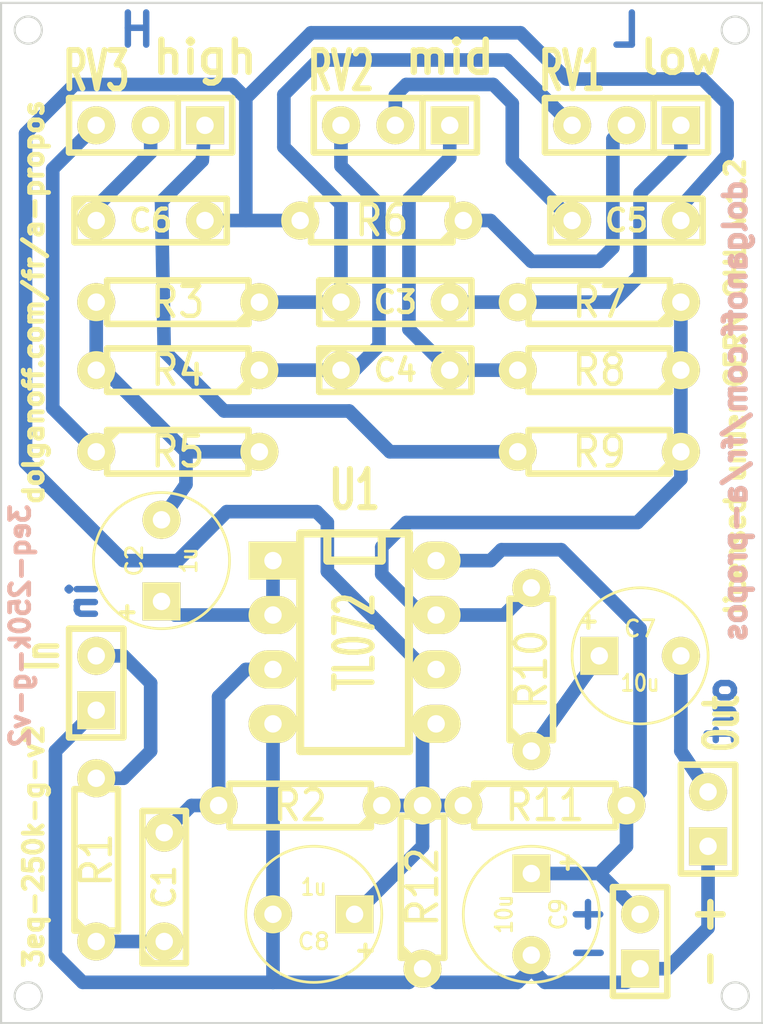
<source format=kicad_pcb>
(kicad_pcb (version 4) (host pcbnew "(2014-08-26 BZR 5101)-product")

  (general
    (links 44)
    (no_connects 0)
    (area 112.344999 76.149999 148.005001 123.875001)
    (thickness 1.6)
    (drawings 26)
    (tracks 141)
    (zones 0)
    (modules 28)
    (nets 22)
  )

  (page A4)
  (layers
    (0 F.Cu signal)
    (31 B.Cu signal)
    (32 B.Adhes user hide)
    (33 F.Adhes user hide)
    (34 B.Paste user hide)
    (35 F.Paste user hide)
    (36 B.SilkS user)
    (37 F.SilkS user)
    (38 B.Mask user)
    (39 F.Mask user)
    (40 Dwgs.User user)
    (41 Cmts.User user hide)
    (42 Eco1.User user hide)
    (43 Eco2.User user hide)
    (44 Edge.Cuts user)
    (45 Margin user hide)
    (46 B.CrtYd user hide)
    (47 F.CrtYd user hide)
    (48 B.Fab user hide)
    (49 F.Fab user hide)
  )

  (setup
    (last_trace_width 0.635)
    (trace_clearance 0.508)
    (zone_clearance 0.508)
    (zone_45_only no)
    (trace_min 0.254)
    (segment_width 0.2)
    (edge_width 0.1)
    (via_size 0.889)
    (via_drill 0.635)
    (via_min_size 0.889)
    (via_min_drill 0.508)
    (uvia_size 0.508)
    (uvia_drill 0.127)
    (uvias_allowed no)
    (uvia_min_size 0.508)
    (uvia_min_drill 0.127)
    (pcb_text_width 0.3)
    (pcb_text_size 1.5 1.5)
    (mod_edge_width 0.15)
    (mod_text_size 1 1)
    (mod_text_width 0.15)
    (pad_size 1.5 1.5)
    (pad_drill 0.6)
    (pad_to_mask_clearance 0)
    (aux_axis_origin 0 0)
    (visible_elements 7FFEFFFF)
    (pcbplotparams
      (layerselection 0x00020_00000000)
      (usegerberextensions false)
      (excludeedgelayer false)
      (linewidth 0.100000)
      (plotframeref false)
      (viasonmask false)
      (mode 1)
      (useauxorigin false)
      (hpglpennumber 1)
      (hpglpenspeed 20)
      (hpglpendiameter 15)
      (hpglpenoverlay 2)
      (psnegative false)
      (psa4output false)
      (plotreference false)
      (plotvalue true)
      (plotinvisibletext true)
      (padsonsilk true)
      (subtractmaskfromsilk false)
      (outputformat 4)
      (mirror false)
      (drillshape 0)
      (scaleselection 1)
      (outputdirectory ""))
  )

  (net 0 "")
  (net 1 "Net-(C1-Pad1)")
  (net 2 "Net-(C1-Pad2)")
  (net 3 "Net-(C2-Pad1)")
  (net 4 "Net-(C2-Pad2)")
  (net 5 "Net-(C3-Pad1)")
  (net 6 "Net-(C3-Pad2)")
  (net 7 "Net-(C4-Pad1)")
  (net 8 "Net-(C4-Pad2)")
  (net 9 "Net-(C5-Pad1)")
  (net 10 "Net-(C5-Pad2)")
  (net 11 "Net-(C6-Pad1)")
  (net 12 "Net-(C7-Pad1)")
  (net 13 "Net-(C7-Pad2)")
  (net 14 vRef)
  (net 15 GND)
  (net 16 v+)
  (net 17 "Net-(P1-Pad2)")
  (net 18 "Net-(R5-Pad1)")
  (net 19 "Net-(R6-Pad1)")
  (net 20 "Net-(R10-Pad2)")
  (net 21 "Net-(R9-Pad2)")

  (net_class Default "This is the default net class."
    (clearance 0.508)
    (trace_width 0.635)
    (via_dia 0.889)
    (via_drill 0.635)
    (uvia_dia 0.508)
    (uvia_drill 0.127)
    (add_net GND)
    (add_net "Net-(C1-Pad1)")
    (add_net "Net-(C1-Pad2)")
    (add_net "Net-(C2-Pad1)")
    (add_net "Net-(C2-Pad2)")
    (add_net "Net-(C3-Pad1)")
    (add_net "Net-(C3-Pad2)")
    (add_net "Net-(C4-Pad1)")
    (add_net "Net-(C4-Pad2)")
    (add_net "Net-(C5-Pad1)")
    (add_net "Net-(C5-Pad2)")
    (add_net "Net-(C6-Pad1)")
    (add_net "Net-(C7-Pad1)")
    (add_net "Net-(C7-Pad2)")
    (add_net "Net-(P1-Pad2)")
    (add_net "Net-(R10-Pad2)")
    (add_net "Net-(R5-Pad1)")
    (add_net "Net-(R6-Pad1)")
    (add_net "Net-(R9-Pad2)")
    (add_net v+)
    (add_net vRef)
  )

  (module Custom:C2-LARGE_PADS (layer F.Cu) (tedit 51B5A1DF) (tstamp 53FDE2E0)
    (at 120.015 117.475 90)
    (descr "Condensateur = 2 pas")
    (tags C)
    (path /53FDBB5C)
    (fp_text reference C1 (at 0 0 90) (layer F.SilkS)
      (effects (font (size 1.016 1.016) (thickness 0.2032)))
    )
    (fp_text value 0.1u (at 0 0 90) (layer F.SilkS) hide
      (effects (font (size 1.016 1.016) (thickness 0.2032)))
    )
    (fp_line (start -3.556 -1.016) (end 3.556 -1.016) (layer F.SilkS) (width 0.3048))
    (fp_line (start 3.556 -1.016) (end 3.556 1.016) (layer F.SilkS) (width 0.3048))
    (fp_line (start 3.556 1.016) (end -3.556 1.016) (layer F.SilkS) (width 0.3048))
    (fp_line (start -3.556 1.016) (end -3.556 -1.016) (layer F.SilkS) (width 0.3048))
    (fp_line (start -3.556 -0.508) (end -3.048 -1.016) (layer F.SilkS) (width 0.3048))
    (pad 1 thru_hole circle (at -2.54 0 90) (size 1.778 1.778) (drill 0.8128) (layers *.Cu *.Mask F.SilkS)
      (net 1 "Net-(C1-Pad1)"))
    (pad 2 thru_hole circle (at 2.54 0 90) (size 1.778 1.778) (drill 0.8128) (layers *.Cu *.Mask F.SilkS)
      (net 2 "Net-(C1-Pad2)"))
    (model discret/capa_2pas_5x5mm.wrl
      (at (xyz 0 0 0))
      (scale (xyz 1 1 1))
      (rotate (xyz 0 0 0))
    )
  )

  (module Custom:C1.5V7-LARGE_PADS (layer F.Cu) (tedit 53FDDD10) (tstamp 53FDE2E8)
    (at 119.888 102.235 90)
    (descr "Condensateur e = 1.5 pas")
    (tags C)
    (path /53FE7685)
    (fp_text reference C2 (at 0 -1.26746 90) (layer F.SilkS)
      (effects (font (size 0.762 0.762) (thickness 0.127)))
    )
    (fp_text value 1u (at 0 1.27 90) (layer F.SilkS)
      (effects (font (size 0.762 0.635) (thickness 0.127)))
    )
    (fp_text user + (at -2.413 -1.651 90) (layer F.SilkS)
      (effects (font (size 0.762 0.762) (thickness 0.2032)))
    )
    (fp_circle (center 0 0) (end 0.127 -3.175) (layer F.SilkS) (width 0.127))
    (pad 1 thru_hole rect (at -1.905 0 90) (size 1.778 1.778) (drill 0.8128) (layers *.Cu *.Mask F.SilkS)
      (net 3 "Net-(C2-Pad1)"))
    (pad 2 thru_hole circle (at 1.905 0 90) (size 1.778 1.778) (drill 0.8128) (layers *.Cu *.Mask F.SilkS)
      (net 4 "Net-(C2-Pad2)"))
    (model discret/c_vert_c1v5.wrl
      (at (xyz 0 0 0))
      (scale (xyz 1.5 1.5 1.5))
      (rotate (xyz 0 0 0))
    )
  )

  (module Custom:C2-LARGE_PADS (layer F.Cu) (tedit 51B5A1DF) (tstamp 53FDE2F3)
    (at 130.81 90.17)
    (descr "Condensateur = 2 pas")
    (tags C)
    (path /53FDC2BE)
    (fp_text reference C3 (at 0 0) (layer F.SilkS)
      (effects (font (size 1.016 1.016) (thickness 0.2032)))
    )
    (fp_text value 4.7n (at 0 0) (layer F.SilkS) hide
      (effects (font (size 1.016 1.016) (thickness 0.2032)))
    )
    (fp_line (start -3.556 -1.016) (end 3.556 -1.016) (layer F.SilkS) (width 0.3048))
    (fp_line (start 3.556 -1.016) (end 3.556 1.016) (layer F.SilkS) (width 0.3048))
    (fp_line (start 3.556 1.016) (end -3.556 1.016) (layer F.SilkS) (width 0.3048))
    (fp_line (start -3.556 1.016) (end -3.556 -1.016) (layer F.SilkS) (width 0.3048))
    (fp_line (start -3.556 -0.508) (end -3.048 -1.016) (layer F.SilkS) (width 0.3048))
    (pad 1 thru_hole circle (at -2.54 0) (size 1.778 1.778) (drill 0.8128) (layers *.Cu *.Mask F.SilkS)
      (net 5 "Net-(C3-Pad1)"))
    (pad 2 thru_hole circle (at 2.54 0) (size 1.778 1.778) (drill 0.8128) (layers *.Cu *.Mask F.SilkS)
      (net 6 "Net-(C3-Pad2)"))
    (model discret/capa_2pas_5x5mm.wrl
      (at (xyz 0 0 0))
      (scale (xyz 1 1 1))
      (rotate (xyz 0 0 0))
    )
  )

  (module Custom:C2-LARGE_PADS (layer F.Cu) (tedit 51B5A1DF) (tstamp 53FDE2FE)
    (at 130.81 93.345)
    (descr "Condensateur = 2 pas")
    (tags C)
    (path /53FDC47C)
    (fp_text reference C4 (at 0 0) (layer F.SilkS)
      (effects (font (size 1.016 1.016) (thickness 0.2032)))
    )
    (fp_text value 680p (at 0 0) (layer F.SilkS) hide
      (effects (font (size 1.016 1.016) (thickness 0.2032)))
    )
    (fp_line (start -3.556 -1.016) (end 3.556 -1.016) (layer F.SilkS) (width 0.3048))
    (fp_line (start 3.556 -1.016) (end 3.556 1.016) (layer F.SilkS) (width 0.3048))
    (fp_line (start 3.556 1.016) (end -3.556 1.016) (layer F.SilkS) (width 0.3048))
    (fp_line (start -3.556 1.016) (end -3.556 -1.016) (layer F.SilkS) (width 0.3048))
    (fp_line (start -3.556 -0.508) (end -3.048 -1.016) (layer F.SilkS) (width 0.3048))
    (pad 1 thru_hole circle (at -2.54 0) (size 1.778 1.778) (drill 0.8128) (layers *.Cu *.Mask F.SilkS)
      (net 7 "Net-(C4-Pad1)"))
    (pad 2 thru_hole circle (at 2.54 0) (size 1.778 1.778) (drill 0.8128) (layers *.Cu *.Mask F.SilkS)
      (net 8 "Net-(C4-Pad2)"))
    (model discret/capa_2pas_5x5mm.wrl
      (at (xyz 0 0 0))
      (scale (xyz 1 1 1))
      (rotate (xyz 0 0 0))
    )
  )

  (module Custom:C2-LARGE_PADS (layer F.Cu) (tedit 51B5A1DF) (tstamp 53FDE309)
    (at 141.605 86.36)
    (descr "Condensateur = 2 pas")
    (tags C)
    (path /53FDCAA8)
    (fp_text reference C5 (at 0 0) (layer F.SilkS)
      (effects (font (size 1.016 1.016) (thickness 0.2032)))
    )
    (fp_text value 4.7n (at 0 0) (layer F.SilkS) hide
      (effects (font (size 1.016 1.016) (thickness 0.2032)))
    )
    (fp_line (start -3.556 -1.016) (end 3.556 -1.016) (layer F.SilkS) (width 0.3048))
    (fp_line (start 3.556 -1.016) (end 3.556 1.016) (layer F.SilkS) (width 0.3048))
    (fp_line (start 3.556 1.016) (end -3.556 1.016) (layer F.SilkS) (width 0.3048))
    (fp_line (start -3.556 1.016) (end -3.556 -1.016) (layer F.SilkS) (width 0.3048))
    (fp_line (start -3.556 -0.508) (end -3.048 -1.016) (layer F.SilkS) (width 0.3048))
    (pad 1 thru_hole circle (at -2.54 0) (size 1.778 1.778) (drill 0.8128) (layers *.Cu *.Mask F.SilkS)
      (net 9 "Net-(C5-Pad1)"))
    (pad 2 thru_hole circle (at 2.54 0) (size 1.778 1.778) (drill 0.8128) (layers *.Cu *.Mask F.SilkS)
      (net 10 "Net-(C5-Pad2)"))
    (model discret/capa_2pas_5x5mm.wrl
      (at (xyz 0 0 0))
      (scale (xyz 1 1 1))
      (rotate (xyz 0 0 0))
    )
  )

  (module Custom:C2-LARGE_PADS (layer F.Cu) (tedit 51B5A1DF) (tstamp 53FDE314)
    (at 119.38 86.36)
    (descr "Condensateur = 2 pas")
    (tags C)
    (path /53FDCDDD)
    (fp_text reference C6 (at 0 0) (layer F.SilkS)
      (effects (font (size 1.016 1.016) (thickness 0.2032)))
    )
    (fp_text value 680p (at 0 0) (layer F.SilkS) hide
      (effects (font (size 1.016 1.016) (thickness 0.2032)))
    )
    (fp_line (start -3.556 -1.016) (end 3.556 -1.016) (layer F.SilkS) (width 0.3048))
    (fp_line (start 3.556 -1.016) (end 3.556 1.016) (layer F.SilkS) (width 0.3048))
    (fp_line (start 3.556 1.016) (end -3.556 1.016) (layer F.SilkS) (width 0.3048))
    (fp_line (start -3.556 1.016) (end -3.556 -1.016) (layer F.SilkS) (width 0.3048))
    (fp_line (start -3.556 -0.508) (end -3.048 -1.016) (layer F.SilkS) (width 0.3048))
    (pad 1 thru_hole circle (at -2.54 0) (size 1.778 1.778) (drill 0.8128) (layers *.Cu *.Mask F.SilkS)
      (net 11 "Net-(C6-Pad1)"))
    (pad 2 thru_hole circle (at 2.54 0) (size 1.778 1.778) (drill 0.8128) (layers *.Cu *.Mask F.SilkS)
      (net 10 "Net-(C5-Pad2)"))
    (model discret/capa_2pas_5x5mm.wrl
      (at (xyz 0 0 0))
      (scale (xyz 1 1 1))
      (rotate (xyz 0 0 0))
    )
  )

  (module Custom:C1.5V7-LARGE_PADS (layer F.Cu) (tedit 53FDDD10) (tstamp 53FFC72C)
    (at 142.24 106.68)
    (descr "Condensateur e = 1.5 pas")
    (tags C)
    (path /53FDE111)
    (fp_text reference C7 (at 0 -1.26746) (layer F.SilkS)
      (effects (font (size 0.762 0.762) (thickness 0.127)))
    )
    (fp_text value 10u (at 0 1.27) (layer F.SilkS)
      (effects (font (size 0.762 0.635) (thickness 0.127)))
    )
    (fp_text user + (at -2.413 -1.651) (layer F.SilkS)
      (effects (font (size 0.762 0.762) (thickness 0.2032)))
    )
    (fp_circle (center 0 0) (end 0.127 -3.175) (layer F.SilkS) (width 0.127))
    (pad 1 thru_hole rect (at -1.905 0) (size 1.778 1.778) (drill 0.8128) (layers *.Cu *.Mask F.SilkS)
      (net 12 "Net-(C7-Pad1)"))
    (pad 2 thru_hole circle (at 1.905 0) (size 1.778 1.778) (drill 0.8128) (layers *.Cu *.Mask F.SilkS)
      (net 13 "Net-(C7-Pad2)"))
    (model discret/c_vert_c1v5.wrl
      (at (xyz 0 0 0))
      (scale (xyz 1.5 1.5 1.5))
      (rotate (xyz 0 0 0))
    )
  )

  (module Custom:C1.5V7-LARGE_PADS (layer F.Cu) (tedit 53FDDD10) (tstamp 53FDE324)
    (at 127 118.745 180)
    (descr "Condensateur e = 1.5 pas")
    (tags C)
    (path /53FDFA0B)
    (fp_text reference C8 (at 0 -1.26746 180) (layer F.SilkS)
      (effects (font (size 0.762 0.762) (thickness 0.127)))
    )
    (fp_text value 1u (at 0 1.27 180) (layer F.SilkS)
      (effects (font (size 0.762 0.635) (thickness 0.127)))
    )
    (fp_text user + (at -2.413 -1.651 180) (layer F.SilkS)
      (effects (font (size 0.762 0.762) (thickness 0.2032)))
    )
    (fp_circle (center 0 0) (end 0.127 -3.175) (layer F.SilkS) (width 0.127))
    (pad 1 thru_hole rect (at -1.905 0 180) (size 1.778 1.778) (drill 0.8128) (layers *.Cu *.Mask F.SilkS)
      (net 14 vRef))
    (pad 2 thru_hole circle (at 1.905 0 180) (size 1.778 1.778) (drill 0.8128) (layers *.Cu *.Mask F.SilkS)
      (net 15 GND))
    (model discret/c_vert_c1v5.wrl
      (at (xyz 0 0 0))
      (scale (xyz 1.5 1.5 1.5))
      (rotate (xyz 0 0 0))
    )
  )

  (module Custom:C1.5V7-LARGE_PADS (layer F.Cu) (tedit 53FDDD10) (tstamp 53FDE32C)
    (at 137.16 118.745 270)
    (descr "Condensateur e = 1.5 pas")
    (tags C)
    (path /53FDFBF8)
    (fp_text reference C9 (at 0 -1.26746 270) (layer F.SilkS)
      (effects (font (size 0.762 0.762) (thickness 0.127)))
    )
    (fp_text value 10u (at 0 1.27 270) (layer F.SilkS)
      (effects (font (size 0.762 0.635) (thickness 0.127)))
    )
    (fp_text user + (at -2.413 -1.651 270) (layer F.SilkS)
      (effects (font (size 0.762 0.762) (thickness 0.2032)))
    )
    (fp_circle (center 0 0) (end 0.127 -3.175) (layer F.SilkS) (width 0.127))
    (pad 1 thru_hole rect (at -1.905 0 270) (size 1.778 1.778) (drill 0.8128) (layers *.Cu *.Mask F.SilkS)
      (net 16 v+))
    (pad 2 thru_hole circle (at 1.905 0 270) (size 1.778 1.778) (drill 0.8128) (layers *.Cu *.Mask F.SilkS)
      (net 15 GND))
    (model discret/c_vert_c1v5.wrl
      (at (xyz 0 0 0))
      (scale (xyz 1.5 1.5 1.5))
      (rotate (xyz 0 0 0))
    )
  )

  (module Custom:SIL-2-LARGE_PADS (layer F.Cu) (tedit 53FE459A) (tstamp 53FDE336)
    (at 116.84 107.95 90)
    (descr "Connecteurs 2 pins")
    (tags "CONN DEV")
    (path /53FDEDC6)
    (fp_text reference P1 (at 0 -2.54 90) (layer F.SilkS) hide
      (effects (font (size 1.72974 1.08712) (thickness 0.27178)))
    )
    (fp_text value In (at 1.27 -2.54 90) (layer F.SilkS)
      (effects (font (size 1.524 1.016) (thickness 0.254)))
    )
    (fp_line (start -2.54 1.27) (end -2.54 -1.27) (layer F.SilkS) (width 0.3048))
    (fp_line (start -2.54 -1.27) (end 2.54 -1.27) (layer F.SilkS) (width 0.3048))
    (fp_line (start 2.54 -1.27) (end 2.54 1.27) (layer F.SilkS) (width 0.3048))
    (fp_line (start 2.54 1.27) (end -2.54 1.27) (layer F.SilkS) (width 0.3048))
    (pad 1 thru_hole rect (at -1.27 0 90) (size 1.778 1.778) (drill 0.8128) (layers *.Cu *.Mask F.SilkS)
      (net 15 GND))
    (pad 2 thru_hole circle (at 1.27 0 90) (size 1.778 1.778) (drill 0.8128) (layers *.Cu *.Mask F.SilkS)
      (net 17 "Net-(P1-Pad2)"))
  )

  (module Custom:SIL-2-LARGE_PADS (layer F.Cu) (tedit 53FE45B1) (tstamp 53FDE340)
    (at 145.415 114.3 90)
    (descr "Connecteurs 2 pins")
    (tags "CONN DEV")
    (path /53FDE8A1)
    (fp_text reference P2 (at 2.54 -2.54 90) (layer F.SilkS) hide
      (effects (font (size 1.72974 1.08712) (thickness 0.27178)))
    )
    (fp_text value Out (at 4.445 0.635 90) (layer F.SilkS)
      (effects (font (size 1.524 1.016) (thickness 0.254)))
    )
    (fp_line (start -2.54 1.27) (end -2.54 -1.27) (layer F.SilkS) (width 0.3048))
    (fp_line (start -2.54 -1.27) (end 2.54 -1.27) (layer F.SilkS) (width 0.3048))
    (fp_line (start 2.54 -1.27) (end 2.54 1.27) (layer F.SilkS) (width 0.3048))
    (fp_line (start 2.54 1.27) (end -2.54 1.27) (layer F.SilkS) (width 0.3048))
    (pad 1 thru_hole rect (at -1.27 0 90) (size 1.778 1.778) (drill 0.8128) (layers *.Cu *.Mask F.SilkS)
      (net 15 GND))
    (pad 2 thru_hole circle (at 1.27 0 90) (size 1.778 1.778) (drill 0.8128) (layers *.Cu *.Mask F.SilkS)
      (net 13 "Net-(C7-Pad2)"))
  )

  (module Custom:SIL-2-LARGE_PADS (layer F.Cu) (tedit 5400644D) (tstamp 53FDE34A)
    (at 142.24 120.015 90)
    (descr "Connecteurs 2 pins")
    (tags "CONN DEV")
    (path /53FE0641)
    (fp_text reference P3 (at -2.032 -2.54 90) (layer F.SilkS) hide
      (effects (font (size 1.72974 1.08712) (thickness 0.27178)))
    )
    (fp_text value Power (at 1.397 -2.286 90) (layer F.SilkS) hide
      (effects (font (size 1.524 1.016) (thickness 0.3048)))
    )
    (fp_line (start -2.54 1.27) (end -2.54 -1.27) (layer F.SilkS) (width 0.3048))
    (fp_line (start -2.54 -1.27) (end 2.54 -1.27) (layer F.SilkS) (width 0.3048))
    (fp_line (start 2.54 -1.27) (end 2.54 1.27) (layer F.SilkS) (width 0.3048))
    (fp_line (start 2.54 1.27) (end -2.54 1.27) (layer F.SilkS) (width 0.3048))
    (pad 1 thru_hole rect (at -1.27 0 90) (size 1.778 1.778) (drill 0.8128) (layers *.Cu *.Mask F.SilkS)
      (net 15 GND))
    (pad 2 thru_hole circle (at 1.27 0 90) (size 1.778 1.778) (drill 0.8128) (layers *.Cu *.Mask F.SilkS)
      (net 16 v+))
  )

  (module Custom:R3-LARGE_PADS (layer F.Cu) (tedit 51B5A1F4) (tstamp 53FDE358)
    (at 116.84 116.205 90)
    (descr "Resitance 3 pas")
    (tags R)
    (path /53FDBB22)
    (autoplace_cost180 10)
    (fp_text reference R1 (at 0 0 90) (layer F.SilkS)
      (effects (font (size 1.397 1.27) (thickness 0.2032)))
    )
    (fp_text value 1K (at 0 0 90) (layer F.SilkS) hide
      (effects (font (size 1.397 1.27) (thickness 0.2032)))
    )
    (fp_line (start -3.81 0) (end -3.302 0) (layer F.SilkS) (width 0.3048))
    (fp_line (start 3.81 0) (end 3.302 0) (layer F.SilkS) (width 0.3048))
    (fp_line (start 3.302 0) (end 3.302 -1.016) (layer F.SilkS) (width 0.3048))
    (fp_line (start 3.302 -1.016) (end -3.302 -1.016) (layer F.SilkS) (width 0.3048))
    (fp_line (start -3.302 -1.016) (end -3.302 1.016) (layer F.SilkS) (width 0.3048))
    (fp_line (start -3.302 1.016) (end 3.302 1.016) (layer F.SilkS) (width 0.3048))
    (fp_line (start 3.302 1.016) (end 3.302 0) (layer F.SilkS) (width 0.3048))
    (fp_line (start -3.302 -0.508) (end -2.794 -1.016) (layer F.SilkS) (width 0.3048))
    (pad 1 thru_hole circle (at -3.81 0 90) (size 1.778 1.778) (drill 0.8128) (layers *.Cu *.Mask F.SilkS)
      (net 1 "Net-(C1-Pad1)"))
    (pad 2 thru_hole circle (at 3.81 0 90) (size 1.778 1.778) (drill 0.8128) (layers *.Cu *.Mask F.SilkS)
      (net 17 "Net-(P1-Pad2)"))
    (model discret/resistor.wrl
      (at (xyz 0 0 0))
      (scale (xyz 0.3 0.3 0.3))
      (rotate (xyz 0 0 0))
    )
  )

  (module Custom:R3-LARGE_PADS (layer F.Cu) (tedit 51B5A1F4) (tstamp 53FDE366)
    (at 126.365 113.665 180)
    (descr "Resitance 3 pas")
    (tags R)
    (path /53FDBBE1)
    (autoplace_cost180 10)
    (fp_text reference R2 (at 0 0 180) (layer F.SilkS)
      (effects (font (size 1.397 1.27) (thickness 0.2032)))
    )
    (fp_text value 5Meg (at 0 0 180) (layer F.SilkS) hide
      (effects (font (size 1.397 1.27) (thickness 0.2032)))
    )
    (fp_line (start -3.81 0) (end -3.302 0) (layer F.SilkS) (width 0.3048))
    (fp_line (start 3.81 0) (end 3.302 0) (layer F.SilkS) (width 0.3048))
    (fp_line (start 3.302 0) (end 3.302 -1.016) (layer F.SilkS) (width 0.3048))
    (fp_line (start 3.302 -1.016) (end -3.302 -1.016) (layer F.SilkS) (width 0.3048))
    (fp_line (start -3.302 -1.016) (end -3.302 1.016) (layer F.SilkS) (width 0.3048))
    (fp_line (start -3.302 1.016) (end 3.302 1.016) (layer F.SilkS) (width 0.3048))
    (fp_line (start 3.302 1.016) (end 3.302 0) (layer F.SilkS) (width 0.3048))
    (fp_line (start -3.302 -0.508) (end -2.794 -1.016) (layer F.SilkS) (width 0.3048))
    (pad 1 thru_hole circle (at -3.81 0 180) (size 1.778 1.778) (drill 0.8128) (layers *.Cu *.Mask F.SilkS)
      (net 14 vRef))
    (pad 2 thru_hole circle (at 3.81 0 180) (size 1.778 1.778) (drill 0.8128) (layers *.Cu *.Mask F.SilkS)
      (net 2 "Net-(C1-Pad2)"))
    (model discret/resistor.wrl
      (at (xyz 0 0 0))
      (scale (xyz 0.3 0.3 0.3))
      (rotate (xyz 0 0 0))
    )
  )

  (module Custom:R3-LARGE_PADS (layer F.Cu) (tedit 51B5A1F4) (tstamp 53FDE374)
    (at 120.65 90.17 180)
    (descr "Resitance 3 pas")
    (tags R)
    (path /53FDC007)
    (autoplace_cost180 10)
    (fp_text reference R3 (at 0 0 180) (layer F.SilkS)
      (effects (font (size 1.397 1.27) (thickness 0.2032)))
    )
    (fp_text value 47K (at 0 0 180) (layer F.SilkS) hide
      (effects (font (size 1.397 1.27) (thickness 0.2032)))
    )
    (fp_line (start -3.81 0) (end -3.302 0) (layer F.SilkS) (width 0.3048))
    (fp_line (start 3.81 0) (end 3.302 0) (layer F.SilkS) (width 0.3048))
    (fp_line (start 3.302 0) (end 3.302 -1.016) (layer F.SilkS) (width 0.3048))
    (fp_line (start 3.302 -1.016) (end -3.302 -1.016) (layer F.SilkS) (width 0.3048))
    (fp_line (start -3.302 -1.016) (end -3.302 1.016) (layer F.SilkS) (width 0.3048))
    (fp_line (start -3.302 1.016) (end 3.302 1.016) (layer F.SilkS) (width 0.3048))
    (fp_line (start 3.302 1.016) (end 3.302 0) (layer F.SilkS) (width 0.3048))
    (fp_line (start -3.302 -0.508) (end -2.794 -1.016) (layer F.SilkS) (width 0.3048))
    (pad 1 thru_hole circle (at -3.81 0 180) (size 1.778 1.778) (drill 0.8128) (layers *.Cu *.Mask F.SilkS)
      (net 5 "Net-(C3-Pad1)"))
    (pad 2 thru_hole circle (at 3.81 0 180) (size 1.778 1.778) (drill 0.8128) (layers *.Cu *.Mask F.SilkS)
      (net 4 "Net-(C2-Pad2)"))
    (model discret/resistor.wrl
      (at (xyz 0 0 0))
      (scale (xyz 0.3 0.3 0.3))
      (rotate (xyz 0 0 0))
    )
  )

  (module Custom:R3-LARGE_PADS (layer F.Cu) (tedit 51B5A1F4) (tstamp 53FDE382)
    (at 120.65 93.345 180)
    (descr "Resitance 3 pas")
    (tags R)
    (path /53FDC033)
    (autoplace_cost180 10)
    (fp_text reference R4 (at 0 0 180) (layer F.SilkS)
      (effects (font (size 1.397 1.27) (thickness 0.2032)))
    )
    (fp_text value 22K (at 0 0 180) (layer F.SilkS) hide
      (effects (font (size 1.397 1.27) (thickness 0.2032)))
    )
    (fp_line (start -3.81 0) (end -3.302 0) (layer F.SilkS) (width 0.3048))
    (fp_line (start 3.81 0) (end 3.302 0) (layer F.SilkS) (width 0.3048))
    (fp_line (start 3.302 0) (end 3.302 -1.016) (layer F.SilkS) (width 0.3048))
    (fp_line (start 3.302 -1.016) (end -3.302 -1.016) (layer F.SilkS) (width 0.3048))
    (fp_line (start -3.302 -1.016) (end -3.302 1.016) (layer F.SilkS) (width 0.3048))
    (fp_line (start -3.302 1.016) (end 3.302 1.016) (layer F.SilkS) (width 0.3048))
    (fp_line (start 3.302 1.016) (end 3.302 0) (layer F.SilkS) (width 0.3048))
    (fp_line (start -3.302 -0.508) (end -2.794 -1.016) (layer F.SilkS) (width 0.3048))
    (pad 1 thru_hole circle (at -3.81 0 180) (size 1.778 1.778) (drill 0.8128) (layers *.Cu *.Mask F.SilkS)
      (net 7 "Net-(C4-Pad1)"))
    (pad 2 thru_hole circle (at 3.81 0 180) (size 1.778 1.778) (drill 0.8128) (layers *.Cu *.Mask F.SilkS)
      (net 4 "Net-(C2-Pad2)"))
    (model discret/resistor.wrl
      (at (xyz 0 0 0))
      (scale (xyz 0.3 0.3 0.3))
      (rotate (xyz 0 0 0))
    )
  )

  (module Custom:R3-LARGE_PADS (layer F.Cu) (tedit 51B5A1F4) (tstamp 53FDE390)
    (at 120.65 97.155)
    (descr "Resitance 3 pas")
    (tags R)
    (path /53FDCD67)
    (autoplace_cost180 10)
    (fp_text reference R5 (at 0 0) (layer F.SilkS)
      (effects (font (size 1.397 1.27) (thickness 0.2032)))
    )
    (fp_text value 10K (at 0 0) (layer F.SilkS) hide
      (effects (font (size 1.397 1.27) (thickness 0.2032)))
    )
    (fp_line (start -3.81 0) (end -3.302 0) (layer F.SilkS) (width 0.3048))
    (fp_line (start 3.81 0) (end 3.302 0) (layer F.SilkS) (width 0.3048))
    (fp_line (start 3.302 0) (end 3.302 -1.016) (layer F.SilkS) (width 0.3048))
    (fp_line (start 3.302 -1.016) (end -3.302 -1.016) (layer F.SilkS) (width 0.3048))
    (fp_line (start -3.302 -1.016) (end -3.302 1.016) (layer F.SilkS) (width 0.3048))
    (fp_line (start -3.302 1.016) (end 3.302 1.016) (layer F.SilkS) (width 0.3048))
    (fp_line (start 3.302 1.016) (end 3.302 0) (layer F.SilkS) (width 0.3048))
    (fp_line (start -3.302 -0.508) (end -2.794 -1.016) (layer F.SilkS) (width 0.3048))
    (pad 1 thru_hole circle (at -3.81 0) (size 1.778 1.778) (drill 0.8128) (layers *.Cu *.Mask F.SilkS)
      (net 18 "Net-(R5-Pad1)"))
    (pad 2 thru_hole circle (at 3.81 0) (size 1.778 1.778) (drill 0.8128) (layers *.Cu *.Mask F.SilkS)
      (net 4 "Net-(C2-Pad2)"))
    (model discret/resistor.wrl
      (at (xyz 0 0 0))
      (scale (xyz 0.3 0.3 0.3))
      (rotate (xyz 0 0 0))
    )
  )

  (module Custom:R3-LARGE_PADS (layer F.Cu) (tedit 51B5A1F4) (tstamp 53FDE39E)
    (at 130.175 86.36 180)
    (descr "Resitance 3 pas")
    (tags R)
    (path /53FDC703)
    (autoplace_cost180 10)
    (fp_text reference R6 (at 0 0 180) (layer F.SilkS)
      (effects (font (size 1.397 1.27) (thickness 0.2032)))
    )
    (fp_text value 22K (at 0 0 180) (layer F.SilkS) hide
      (effects (font (size 1.397 1.27) (thickness 0.2032)))
    )
    (fp_line (start -3.81 0) (end -3.302 0) (layer F.SilkS) (width 0.3048))
    (fp_line (start 3.81 0) (end 3.302 0) (layer F.SilkS) (width 0.3048))
    (fp_line (start 3.302 0) (end 3.302 -1.016) (layer F.SilkS) (width 0.3048))
    (fp_line (start 3.302 -1.016) (end -3.302 -1.016) (layer F.SilkS) (width 0.3048))
    (fp_line (start -3.302 -1.016) (end -3.302 1.016) (layer F.SilkS) (width 0.3048))
    (fp_line (start -3.302 1.016) (end 3.302 1.016) (layer F.SilkS) (width 0.3048))
    (fp_line (start 3.302 1.016) (end 3.302 0) (layer F.SilkS) (width 0.3048))
    (fp_line (start -3.302 -0.508) (end -2.794 -1.016) (layer F.SilkS) (width 0.3048))
    (pad 1 thru_hole circle (at -3.81 0 180) (size 1.778 1.778) (drill 0.8128) (layers *.Cu *.Mask F.SilkS)
      (net 19 "Net-(R6-Pad1)"))
    (pad 2 thru_hole circle (at 3.81 0 180) (size 1.778 1.778) (drill 0.8128) (layers *.Cu *.Mask F.SilkS)
      (net 10 "Net-(C5-Pad2)"))
    (model discret/resistor.wrl
      (at (xyz 0 0 0))
      (scale (xyz 0.3 0.3 0.3))
      (rotate (xyz 0 0 0))
    )
  )

  (module Custom:R3-LARGE_PADS (layer F.Cu) (tedit 51B5A1F4) (tstamp 53FDE3AC)
    (at 140.335 90.17 180)
    (descr "Resitance 3 pas")
    (tags R)
    (path /53FDC2F0)
    (autoplace_cost180 10)
    (fp_text reference R7 (at 0 0 180) (layer F.SilkS)
      (effects (font (size 1.397 1.27) (thickness 0.2032)))
    )
    (fp_text value 47K (at 0 0 180) (layer F.SilkS) hide
      (effects (font (size 1.397 1.27) (thickness 0.2032)))
    )
    (fp_line (start -3.81 0) (end -3.302 0) (layer F.SilkS) (width 0.3048))
    (fp_line (start 3.81 0) (end 3.302 0) (layer F.SilkS) (width 0.3048))
    (fp_line (start 3.302 0) (end 3.302 -1.016) (layer F.SilkS) (width 0.3048))
    (fp_line (start 3.302 -1.016) (end -3.302 -1.016) (layer F.SilkS) (width 0.3048))
    (fp_line (start -3.302 -1.016) (end -3.302 1.016) (layer F.SilkS) (width 0.3048))
    (fp_line (start -3.302 1.016) (end 3.302 1.016) (layer F.SilkS) (width 0.3048))
    (fp_line (start 3.302 1.016) (end 3.302 0) (layer F.SilkS) (width 0.3048))
    (fp_line (start -3.302 -0.508) (end -2.794 -1.016) (layer F.SilkS) (width 0.3048))
    (pad 1 thru_hole circle (at -3.81 0 180) (size 1.778 1.778) (drill 0.8128) (layers *.Cu *.Mask F.SilkS)
      (net 20 "Net-(R10-Pad2)"))
    (pad 2 thru_hole circle (at 3.81 0 180) (size 1.778 1.778) (drill 0.8128) (layers *.Cu *.Mask F.SilkS)
      (net 6 "Net-(C3-Pad2)"))
    (model discret/resistor.wrl
      (at (xyz 0 0 0))
      (scale (xyz 0.3 0.3 0.3))
      (rotate (xyz 0 0 0))
    )
  )

  (module Custom:R3-LARGE_PADS (layer F.Cu) (tedit 51B5A1F4) (tstamp 53FDE3BA)
    (at 140.335 93.345 180)
    (descr "Resitance 3 pas")
    (tags R)
    (path /53FDC506)
    (autoplace_cost180 10)
    (fp_text reference R8 (at 0 0 180) (layer F.SilkS)
      (effects (font (size 1.397 1.27) (thickness 0.2032)))
    )
    (fp_text value 22K (at 0 0 180) (layer F.SilkS) hide
      (effects (font (size 1.397 1.27) (thickness 0.2032)))
    )
    (fp_line (start -3.81 0) (end -3.302 0) (layer F.SilkS) (width 0.3048))
    (fp_line (start 3.81 0) (end 3.302 0) (layer F.SilkS) (width 0.3048))
    (fp_line (start 3.302 0) (end 3.302 -1.016) (layer F.SilkS) (width 0.3048))
    (fp_line (start 3.302 -1.016) (end -3.302 -1.016) (layer F.SilkS) (width 0.3048))
    (fp_line (start -3.302 -1.016) (end -3.302 1.016) (layer F.SilkS) (width 0.3048))
    (fp_line (start -3.302 1.016) (end 3.302 1.016) (layer F.SilkS) (width 0.3048))
    (fp_line (start 3.302 1.016) (end 3.302 0) (layer F.SilkS) (width 0.3048))
    (fp_line (start -3.302 -0.508) (end -2.794 -1.016) (layer F.SilkS) (width 0.3048))
    (pad 1 thru_hole circle (at -3.81 0 180) (size 1.778 1.778) (drill 0.8128) (layers *.Cu *.Mask F.SilkS)
      (net 20 "Net-(R10-Pad2)"))
    (pad 2 thru_hole circle (at 3.81 0 180) (size 1.778 1.778) (drill 0.8128) (layers *.Cu *.Mask F.SilkS)
      (net 8 "Net-(C4-Pad2)"))
    (model discret/resistor.wrl
      (at (xyz 0 0 0))
      (scale (xyz 0.3 0.3 0.3))
      (rotate (xyz 0 0 0))
    )
  )

  (module Custom:R3-LARGE_PADS (layer F.Cu) (tedit 51B5A1F4) (tstamp 53FDE3C8)
    (at 140.335 97.155 180)
    (descr "Resitance 3 pas")
    (tags R)
    (path /53FDC064)
    (autoplace_cost180 10)
    (fp_text reference R9 (at 0 0 180) (layer F.SilkS)
      (effects (font (size 1.397 1.27) (thickness 0.2032)))
    )
    (fp_text value 10K (at 0 0 180) (layer F.SilkS) hide
      (effects (font (size 1.397 1.27) (thickness 0.2032)))
    )
    (fp_line (start -3.81 0) (end -3.302 0) (layer F.SilkS) (width 0.3048))
    (fp_line (start 3.81 0) (end 3.302 0) (layer F.SilkS) (width 0.3048))
    (fp_line (start 3.302 0) (end 3.302 -1.016) (layer F.SilkS) (width 0.3048))
    (fp_line (start 3.302 -1.016) (end -3.302 -1.016) (layer F.SilkS) (width 0.3048))
    (fp_line (start -3.302 -1.016) (end -3.302 1.016) (layer F.SilkS) (width 0.3048))
    (fp_line (start -3.302 1.016) (end 3.302 1.016) (layer F.SilkS) (width 0.3048))
    (fp_line (start 3.302 1.016) (end 3.302 0) (layer F.SilkS) (width 0.3048))
    (fp_line (start -3.302 -0.508) (end -2.794 -1.016) (layer F.SilkS) (width 0.3048))
    (pad 1 thru_hole circle (at -3.81 0 180) (size 1.778 1.778) (drill 0.8128) (layers *.Cu *.Mask F.SilkS)
      (net 20 "Net-(R10-Pad2)"))
    (pad 2 thru_hole circle (at 3.81 0 180) (size 1.778 1.778) (drill 0.8128) (layers *.Cu *.Mask F.SilkS)
      (net 21 "Net-(R9-Pad2)"))
    (model discret/resistor.wrl
      (at (xyz 0 0 0))
      (scale (xyz 0.3 0.3 0.3))
      (rotate (xyz 0 0 0))
    )
  )

  (module Custom:R3-LARGE_PADS (layer F.Cu) (tedit 51B5A1F4) (tstamp 53FDE3D6)
    (at 137.16 107.315 90)
    (descr "Resitance 3 pas")
    (tags R)
    (path /53FDE08B)
    (autoplace_cost180 10)
    (fp_text reference R10 (at 0 0 90) (layer F.SilkS)
      (effects (font (size 1.397 1.27) (thickness 0.2032)))
    )
    (fp_text value 500 (at 0 0 90) (layer F.SilkS) hide
      (effects (font (size 1.397 1.27) (thickness 0.2032)))
    )
    (fp_line (start -3.81 0) (end -3.302 0) (layer F.SilkS) (width 0.3048))
    (fp_line (start 3.81 0) (end 3.302 0) (layer F.SilkS) (width 0.3048))
    (fp_line (start 3.302 0) (end 3.302 -1.016) (layer F.SilkS) (width 0.3048))
    (fp_line (start 3.302 -1.016) (end -3.302 -1.016) (layer F.SilkS) (width 0.3048))
    (fp_line (start -3.302 -1.016) (end -3.302 1.016) (layer F.SilkS) (width 0.3048))
    (fp_line (start -3.302 1.016) (end 3.302 1.016) (layer F.SilkS) (width 0.3048))
    (fp_line (start 3.302 1.016) (end 3.302 0) (layer F.SilkS) (width 0.3048))
    (fp_line (start -3.302 -0.508) (end -2.794 -1.016) (layer F.SilkS) (width 0.3048))
    (pad 1 thru_hole circle (at -3.81 0 90) (size 1.778 1.778) (drill 0.8128) (layers *.Cu *.Mask F.SilkS)
      (net 12 "Net-(C7-Pad1)"))
    (pad 2 thru_hole circle (at 3.81 0 90) (size 1.778 1.778) (drill 0.8128) (layers *.Cu *.Mask F.SilkS)
      (net 20 "Net-(R10-Pad2)"))
    (model discret/resistor.wrl
      (at (xyz 0 0 0))
      (scale (xyz 0.3 0.3 0.3))
      (rotate (xyz 0 0 0))
    )
  )

  (module Custom:R3-LARGE_PADS (layer F.Cu) (tedit 51B5A1F4) (tstamp 53FDE3E4)
    (at 137.795 113.665)
    (descr "Resitance 3 pas")
    (tags R)
    (path /53FDF903)
    (autoplace_cost180 10)
    (fp_text reference R11 (at 0 0) (layer F.SilkS)
      (effects (font (size 1.397 1.27) (thickness 0.2032)))
    )
    (fp_text value 100K (at 0 0) (layer F.SilkS) hide
      (effects (font (size 1.397 1.27) (thickness 0.2032)))
    )
    (fp_line (start -3.81 0) (end -3.302 0) (layer F.SilkS) (width 0.3048))
    (fp_line (start 3.81 0) (end 3.302 0) (layer F.SilkS) (width 0.3048))
    (fp_line (start 3.302 0) (end 3.302 -1.016) (layer F.SilkS) (width 0.3048))
    (fp_line (start 3.302 -1.016) (end -3.302 -1.016) (layer F.SilkS) (width 0.3048))
    (fp_line (start -3.302 -1.016) (end -3.302 1.016) (layer F.SilkS) (width 0.3048))
    (fp_line (start -3.302 1.016) (end 3.302 1.016) (layer F.SilkS) (width 0.3048))
    (fp_line (start 3.302 1.016) (end 3.302 0) (layer F.SilkS) (width 0.3048))
    (fp_line (start -3.302 -0.508) (end -2.794 -1.016) (layer F.SilkS) (width 0.3048))
    (pad 1 thru_hole circle (at -3.81 0) (size 1.778 1.778) (drill 0.8128) (layers *.Cu *.Mask F.SilkS)
      (net 14 vRef))
    (pad 2 thru_hole circle (at 3.81 0) (size 1.778 1.778) (drill 0.8128) (layers *.Cu *.Mask F.SilkS)
      (net 16 v+))
    (model discret/resistor.wrl
      (at (xyz 0 0 0))
      (scale (xyz 0.3 0.3 0.3))
      (rotate (xyz 0 0 0))
    )
  )

  (module Custom:R3-LARGE_PADS (layer F.Cu) (tedit 51B5A1F4) (tstamp 53FDE3F2)
    (at 132.08 117.475 90)
    (descr "Resitance 3 pas")
    (tags R)
    (path /53FDF96E)
    (autoplace_cost180 10)
    (fp_text reference R12 (at 0 0 90) (layer F.SilkS)
      (effects (font (size 1.397 1.27) (thickness 0.2032)))
    )
    (fp_text value 100K (at 0 0 90) (layer F.SilkS) hide
      (effects (font (size 1.397 1.27) (thickness 0.2032)))
    )
    (fp_line (start -3.81 0) (end -3.302 0) (layer F.SilkS) (width 0.3048))
    (fp_line (start 3.81 0) (end 3.302 0) (layer F.SilkS) (width 0.3048))
    (fp_line (start 3.302 0) (end 3.302 -1.016) (layer F.SilkS) (width 0.3048))
    (fp_line (start 3.302 -1.016) (end -3.302 -1.016) (layer F.SilkS) (width 0.3048))
    (fp_line (start -3.302 -1.016) (end -3.302 1.016) (layer F.SilkS) (width 0.3048))
    (fp_line (start -3.302 1.016) (end 3.302 1.016) (layer F.SilkS) (width 0.3048))
    (fp_line (start 3.302 1.016) (end 3.302 0) (layer F.SilkS) (width 0.3048))
    (fp_line (start -3.302 -0.508) (end -2.794 -1.016) (layer F.SilkS) (width 0.3048))
    (pad 1 thru_hole circle (at -3.81 0 90) (size 1.778 1.778) (drill 0.8128) (layers *.Cu *.Mask F.SilkS)
      (net 15 GND))
    (pad 2 thru_hole circle (at 3.81 0 90) (size 1.778 1.778) (drill 0.8128) (layers *.Cu *.Mask F.SilkS)
      (net 14 vRef))
    (model discret/resistor.wrl
      (at (xyz 0 0 0))
      (scale (xyz 0.3 0.3 0.3))
      (rotate (xyz 0 0 0))
    )
  )

  (module Custom:SIL-3-LARGE_PADS (layer F.Cu) (tedit 53FE4770) (tstamp 53FDE3FE)
    (at 141.605 81.915 180)
    (descr "Connecteur 3 pins")
    (tags "CONN DEV")
    (path /53FDC298)
    (fp_text reference RV1 (at 2.54 2.54 180) (layer F.SilkS)
      (effects (font (size 1.7907 1.07696) (thickness 0.26924)))
    )
    (fp_text value "B 250K" (at 0 -2.286 180) (layer F.SilkS) hide
      (effects (font (size 1.524 1.016) (thickness 0.3048)))
    )
    (fp_line (start -3.81 1.27) (end -3.81 -1.27) (layer F.SilkS) (width 0.3048))
    (fp_line (start -3.81 -1.27) (end 3.81 -1.27) (layer F.SilkS) (width 0.3048))
    (fp_line (start 3.81 -1.27) (end 3.81 1.27) (layer F.SilkS) (width 0.3048))
    (fp_line (start 3.81 1.27) (end -3.81 1.27) (layer F.SilkS) (width 0.3048))
    (fp_line (start -1.27 -1.27) (end -1.27 1.27) (layer F.SilkS) (width 0.3048))
    (pad 1 thru_hole rect (at -2.54 0 180) (size 1.778 1.778) (drill 0.8128) (layers *.Cu *.Mask F.SilkS)
      (net 6 "Net-(C3-Pad2)"))
    (pad 2 thru_hole circle (at 0 0 180) (size 1.778 1.778) (drill 0.8128) (layers *.Cu *.Mask F.SilkS)
      (net 19 "Net-(R6-Pad1)"))
    (pad 3 thru_hole circle (at 2.54 0 180) (size 1.778 1.778) (drill 0.8128) (layers *.Cu *.Mask F.SilkS)
      (net 5 "Net-(C3-Pad1)"))
  )

  (module Custom:SIL-3-LARGE_PADS (layer F.Cu) (tedit 53FE476D) (tstamp 53FDE40A)
    (at 130.81 81.915 180)
    (descr "Connecteur 3 pins")
    (tags "CONN DEV")
    (path /53FDC4B0)
    (fp_text reference RV2 (at 2.54 2.54 180) (layer F.SilkS)
      (effects (font (size 1.7907 1.07696) (thickness 0.26924)))
    )
    (fp_text value "B 250K" (at 0 -2.286 180) (layer F.SilkS) hide
      (effects (font (size 1.524 1.016) (thickness 0.3048)))
    )
    (fp_line (start -3.81 1.27) (end -3.81 -1.27) (layer F.SilkS) (width 0.3048))
    (fp_line (start -3.81 -1.27) (end 3.81 -1.27) (layer F.SilkS) (width 0.3048))
    (fp_line (start 3.81 -1.27) (end 3.81 1.27) (layer F.SilkS) (width 0.3048))
    (fp_line (start 3.81 1.27) (end -3.81 1.27) (layer F.SilkS) (width 0.3048))
    (fp_line (start -1.27 -1.27) (end -1.27 1.27) (layer F.SilkS) (width 0.3048))
    (pad 1 thru_hole rect (at -2.54 0 180) (size 1.778 1.778) (drill 0.8128) (layers *.Cu *.Mask F.SilkS)
      (net 8 "Net-(C4-Pad2)"))
    (pad 2 thru_hole circle (at 0 0 180) (size 1.778 1.778) (drill 0.8128) (layers *.Cu *.Mask F.SilkS)
      (net 9 "Net-(C5-Pad1)"))
    (pad 3 thru_hole circle (at 2.54 0 180) (size 1.778 1.778) (drill 0.8128) (layers *.Cu *.Mask F.SilkS)
      (net 7 "Net-(C4-Pad1)"))
  )

  (module Custom:SIL-3-LARGE_PADS (layer F.Cu) (tedit 53FE476A) (tstamp 53FDE416)
    (at 119.38 81.915 180)
    (descr "Connecteur 3 pins")
    (tags "CONN DEV")
    (path /53FDCA38)
    (fp_text reference RV3 (at 2.54 2.54 180) (layer F.SilkS)
      (effects (font (size 1.7907 1.07696) (thickness 0.26924)))
    )
    (fp_text value "B 250K" (at 0 -2.286 180) (layer F.SilkS) hide
      (effects (font (size 1.524 1.016) (thickness 0.3048)))
    )
    (fp_line (start -3.81 1.27) (end -3.81 -1.27) (layer F.SilkS) (width 0.3048))
    (fp_line (start -3.81 -1.27) (end 3.81 -1.27) (layer F.SilkS) (width 0.3048))
    (fp_line (start 3.81 -1.27) (end 3.81 1.27) (layer F.SilkS) (width 0.3048))
    (fp_line (start 3.81 1.27) (end -3.81 1.27) (layer F.SilkS) (width 0.3048))
    (fp_line (start -1.27 -1.27) (end -1.27 1.27) (layer F.SilkS) (width 0.3048))
    (pad 1 thru_hole rect (at -2.54 0 180) (size 1.778 1.778) (drill 0.8128) (layers *.Cu *.Mask F.SilkS)
      (net 21 "Net-(R9-Pad2)"))
    (pad 2 thru_hole circle (at 0 0 180) (size 1.778 1.778) (drill 0.8128) (layers *.Cu *.Mask F.SilkS)
      (net 11 "Net-(C6-Pad1)"))
    (pad 3 thru_hole circle (at 2.54 0 180) (size 1.778 1.778) (drill 0.8128) (layers *.Cu *.Mask F.SilkS)
      (net 18 "Net-(R5-Pad1)"))
  )

  (module Custom:DIP-8_LARGE_PADS (layer F.Cu) (tedit 53FF0A7B) (tstamp 53FE25BF)
    (at 128.905 106.045 270)
    (descr "8 pins DIL package, elliptical pads")
    (tags DIL)
    (path /53FDBA23)
    (fp_text reference U1 (at -7.112 0 360) (layer F.SilkS)
      (effects (font (size 1.778 1.143) (thickness 0.3048)))
    )
    (fp_text value TL072 (at 0 0 270) (layer F.SilkS)
      (effects (font (size 1.778 1.016) (thickness 0.3048)))
    )
    (fp_line (start -5.08 -1.27) (end -3.81 -1.27) (layer F.SilkS) (width 0.381))
    (fp_line (start -3.81 -1.27) (end -3.81 1.27) (layer F.SilkS) (width 0.381))
    (fp_line (start -3.81 1.27) (end -5.08 1.27) (layer F.SilkS) (width 0.381))
    (fp_line (start -5.08 -2.54) (end 5.08 -2.54) (layer F.SilkS) (width 0.381))
    (fp_line (start 5.08 -2.54) (end 5.08 2.54) (layer F.SilkS) (width 0.381))
    (fp_line (start 5.08 2.54) (end -5.08 2.54) (layer F.SilkS) (width 0.381))
    (fp_line (start -5.08 2.54) (end -5.08 -2.54) (layer F.SilkS) (width 0.381))
    (pad 1 thru_hole rect (at -3.81 3.81 270) (size 1.778 2.286) (drill 0.8128) (layers *.Cu *.Mask F.SilkS)
      (net 3 "Net-(C2-Pad1)"))
    (pad 2 thru_hole oval (at -1.27 3.81 270) (size 1.778 2.286) (drill 0.8128) (layers *.Cu *.Mask F.SilkS)
      (net 3 "Net-(C2-Pad1)"))
    (pad 3 thru_hole oval (at 1.27 3.81 270) (size 1.778 2.286) (drill 0.8128) (layers *.Cu *.Mask F.SilkS)
      (net 2 "Net-(C1-Pad2)"))
    (pad 4 thru_hole oval (at 3.81 3.81 270) (size 1.778 2.286) (drill 0.8128) (layers *.Cu *.Mask F.SilkS)
      (net 15 GND))
    (pad 5 thru_hole oval (at 3.81 -3.81 270) (size 1.778 2.286) (drill 0.8128) (layers *.Cu *.Mask F.SilkS)
      (net 14 vRef))
    (pad 6 thru_hole oval (at 1.27 -3.81 270) (size 1.778 2.286) (drill 0.8128) (layers *.Cu *.Mask F.SilkS)
      (net 10 "Net-(C5-Pad2)"))
    (pad 7 thru_hole oval (at -1.27 -3.81 270) (size 1.778 2.286) (drill 0.8128) (layers *.Cu *.Mask F.SilkS)
      (net 20 "Net-(R10-Pad2)"))
    (pad 8 thru_hole oval (at -3.81 -3.81 270) (size 1.778 2.286) (drill 0.8128) (layers *.Cu *.Mask F.SilkS)
      (net 16 v+))
    (model dil/dil_8.wrl
      (at (xyz 0 0 0))
      (scale (xyz 1 1 1))
      (rotate (xyz 0 0 0))
    )
  )

  (gr_text 3eq-250k-g-v2 (at 113.919 115.57 90) (layer F.SilkS)
    (effects (font (size 0.889 0.889) (thickness 0.22225)))
  )
  (gr_text dolganoff.com/fr/a-propos (at 113.919 90.17 90) (layer F.SilkS)
    (effects (font (size 0.889 0.889) (thickness 0.22225)))
  )
  (gr_text "licensed under CERN OHL v.1.2" (at 146.685 94.107 90) (layer F.SilkS)
    (effects (font (size 0.889 0.889) (thickness 0.22225)))
  )
  (gr_text dolganoff.com/fr/a-propos (at 146.685 95.25 90) (layer B.SilkS)
    (effects (font (size 1.016 1.016) (thickness 0.254)) (justify mirror))
  )
  (gr_text 3eq-250k-g-v2 (at 113.284 105.283 90) (layer B.SilkS)
    (effects (font (size 0.889 0.889) (thickness 0.22225)) (justify mirror))
  )
  (gr_text H (at 118.745 77.47) (layer B.Cu)
    (effects (font (size 1.5 1.5) (thickness 0.3)) (justify mirror))
  )
  (gr_text L (at 141.605 77.47) (layer B.Cu)
    (effects (font (size 1.5 1.5) (thickness 0.3)) (justify mirror))
  )
  (gr_text out (at 146.05 109.22 90) (layer B.Cu)
    (effects (font (size 1.27 1.27) (thickness 0.3)) (justify mirror))
  )
  (gr_text in (at 116.205 104.14 90) (layer B.Cu)
    (effects (font (size 1.27 1.27) (thickness 0.3)) (justify mirror))
  )
  (gr_text + (at 139.7 118.745 90) (layer B.Cu)
    (effects (font (size 1.5 1.5) (thickness 0.3)) (justify mirror))
  )
  (gr_text - (at 139.827 120.65 180) (layer B.Cu)
    (effects (font (size 1.5 1.5) (thickness 0.3)) (justify mirror))
  )
  (gr_text + (at 145.415 118.745 90) (layer F.SilkS)
    (effects (font (size 1.5 1.5) (thickness 0.3)))
  )
  (gr_text - (at 145.415 121.285 90) (layer F.SilkS)
    (effects (font (size 1.5 1.5) (thickness 0.3)))
  )
  (gr_line (start 112.395 123.825) (end 147.955 123.825) (angle 90) (layer Edge.Cuts) (width 0.1))
  (gr_line (start 112.395 76.2) (end 147.955 76.2) (angle 90) (layer Edge.Cuts) (width 0.1))
  (gr_text high (at 121.92 78.74) (layer F.SilkS)
    (effects (font (size 1.5 1.5) (thickness 0.3)))
  )
  (gr_text mid (at 133.35 78.74) (layer F.SilkS)
    (effects (font (size 1.5 1.5) (thickness 0.3)))
  )
  (gr_text low (at 144.145 78.74) (layer F.SilkS)
    (effects (font (size 1.5 1.5) (thickness 0.3)))
  )
  (gr_circle (center 113.665 122.555) (end 114.3 122.555) (layer Edge.Cuts) (width 0.1))
  (gr_circle (center 146.685 122.555) (end 147.32 122.555) (layer Edge.Cuts) (width 0.1))
  (gr_circle (center 146.685 77.47) (end 146.685 78.105) (layer Edge.Cuts) (width 0.1))
  (gr_circle (center 113.665 77.47) (end 114.3 77.47) (layer Edge.Cuts) (width 0.1))
  (gr_text 3eq-250k-g-v2 (at 113.284 105.283 90) (layer B.Cu)
    (effects (font (size 0.889 0.889) (thickness 0.2032)) (justify mirror))
  )
  (gr_text dolganoff.com/fr/a-propos (at 146.685 95.25 90) (layer B.Cu)
    (effects (font (size 1.016 1.016) (thickness 0.254)) (justify mirror))
  )
  (gr_line (start 112.395 123.825) (end 112.395 76.2) (angle 90) (layer Edge.Cuts) (width 0.1))
  (gr_line (start 147.955 76.2) (end 147.955 123.825) (angle 90) (layer Edge.Cuts) (width 0.1))

  (segment (start 116.84 120.015) (end 120.015 120.015) (width 0.635) (layer B.Cu) (net 1) (status 30))
  (segment (start 120.015 114.935) (end 121.285 113.665) (width 0.635) (layer B.Cu) (net 2) (status 10))
  (segment (start 121.285 113.665) (end 122.555 113.665) (width 0.635) (layer B.Cu) (net 2) (tstamp 53FDFF92) (status 20))
  (segment (start 122.555 113.665) (end 122.555 108.585) (width 0.635) (layer B.Cu) (net 2) (status 10))
  (segment (start 123.825 107.315) (end 125.095 107.315) (width 0.635) (layer B.Cu) (net 2) (tstamp 53FDE7DF) (status 20))
  (segment (start 122.555 108.585) (end 123.825 107.315) (width 0.635) (layer B.Cu) (net 2) (tstamp 53FDE7F5))
  (segment (start 125.095 102.235) (end 125.095 104.775) (width 0.635) (layer B.Cu) (net 3) (status 30))
  (segment (start 120.523 104.775) (end 119.888 104.14) (width 0.635) (layer B.Cu) (net 3) (status 30))
  (segment (start 125.095 104.775) (end 120.523 104.775) (width 0.635) (layer B.Cu) (net 3) (status 20))
  (segment (start 116.84 93.345) (end 116.84 90.17) (width 0.635) (layer B.Cu) (net 4) (status 30))
  (segment (start 117.221 93.345) (end 116.84 93.345) (width 0.635) (layer B.Cu) (net 4) (tstamp 53FE06E0) (status 30))
  (segment (start 121.031 97.155) (end 117.221 93.345) (width 0.635) (layer B.Cu) (net 4) (tstamp 53FE06DE) (status 20))
  (segment (start 124.46 97.155) (end 121.031 97.155) (width 0.635) (layer B.Cu) (net 4) (status 10))
  (segment (start 121.031 98.679) (end 121.031 97.155) (width 0.635) (layer B.Cu) (net 4) (tstamp 53FE06FD))
  (segment (start 119.888 100.33) (end 121.031 98.679) (width 0.635) (layer B.Cu) (net 4) (status 10))
  (segment (start 128.27 90.17) (end 124.46 90.17) (width 0.635) (layer B.Cu) (net 5) (status 30))
  (segment (start 136.016991 78.866991) (end 139.065 81.915) (width 0.635) (layer B.Cu) (net 5) (status 20))
  (segment (start 128.27 90.17) (end 128.27 85.598) (width 0.635) (layer B.Cu) (net 5) (status 10))
  (segment (start 128.27 85.598) (end 125.603 82.931) (width 0.635) (layer B.Cu) (net 5))
  (segment (start 125.603 82.931) (end 125.603 80.48346) (width 0.635) (layer B.Cu) (net 5))
  (segment (start 125.603 80.48346) (end 127.219469 78.866991) (width 0.635) (layer B.Cu) (net 5))
  (segment (start 127.219469 78.866991) (end 136.016991 78.866991) (width 0.635) (layer B.Cu) (net 5))
  (segment (start 133.35 90.17) (end 136.525 90.17) (width 0.635) (layer B.Cu) (net 6) (status 30))
  (segment (start 144.145 83.185) (end 142.24 85.09) (width 0.635) (layer B.Cu) (net 6) (tstamp 53FE0871))
  (segment (start 142.24 85.09) (end 142.24 88.9) (width 0.635) (layer B.Cu) (net 6) (tstamp 53FE0874))
  (segment (start 142.24 88.9) (end 140.97 90.17) (width 0.635) (layer B.Cu) (net 6) (tstamp 53FE0877))
  (segment (start 140.97 90.17) (end 136.525 90.17) (width 0.635) (layer B.Cu) (net 6) (tstamp 53FE0879) (status 20))
  (segment (start 144.145 81.915) (end 144.145 83.185) (width 0.635) (layer B.Cu) (net 6) (status 10))
  (segment (start 128.27 93.345) (end 124.46 93.345) (width 0.635) (layer B.Cu) (net 7) (status 30))
  (segment (start 128.27 83.82) (end 128.27 81.915) (width 0.635) (layer B.Cu) (net 7) (status 20))
  (segment (start 130.048 85.598) (end 128.27 83.82) (width 0.635) (layer B.Cu) (net 7))
  (segment (start 130.048 92.202) (end 130.048 85.598) (width 0.635) (layer B.Cu) (net 7))
  (segment (start 128.905 93.345) (end 130.048 92.202) (width 0.635) (layer B.Cu) (net 7) (status 10))
  (segment (start 128.27 93.345) (end 128.905 93.345) (width 0.635) (layer B.Cu) (net 7) (status 30))
  (segment (start 133.35 93.345) (end 136.525 93.345) (width 0.635) (layer B.Cu) (net 8) (status 30))
  (segment (start 131.445 91.44) (end 131.445 85.344) (width 0.635) (layer B.Cu) (net 8) (tstamp 53FE09B7))
  (segment (start 131.445 85.344) (end 133.35 83.439) (width 0.635) (layer B.Cu) (net 8) (tstamp 53FE09BA))
  (segment (start 133.35 83.439) (end 133.35 81.915) (width 0.635) (layer B.Cu) (net 8) (tstamp 53FE09C2) (status 20))
  (segment (start 133.35 93.345) (end 131.445 91.44) (width 0.635) (layer B.Cu) (net 8) (status 10))
  (segment (start 136.271 83.566) (end 139.065 86.36) (width 0.635) (layer B.Cu) (net 9) (status 20))
  (segment (start 136.271 80.899) (end 136.271 83.566) (width 0.635) (layer B.Cu) (net 9))
  (segment (start 135.382 80.01) (end 136.271 80.899) (width 0.635) (layer B.Cu) (net 9))
  (segment (start 131.318 80.01) (end 135.382 80.01) (width 0.635) (layer B.Cu) (net 9))
  (segment (start 130.81 80.518) (end 131.318 80.01) (width 0.635) (layer B.Cu) (net 9))
  (segment (start 130.81 81.915) (end 130.81 80.518) (width 0.635) (layer B.Cu) (net 9) (status 10))
  (segment (start 132.715 107.315) (end 132.08 107.315) (width 0.635) (layer B.Cu) (net 10) (status 30))
  (segment (start 123.825 86.36) (end 126.365 86.36) (width 0.635) (layer B.Cu) (net 10) (tstamp 53FE08C9) (status 20))
  (segment (start 121.92 86.36) (end 123.825 86.36) (width 0.635) (layer B.Cu) (net 10) (status 10))
  (segment (start 123.825 86.36) (end 123.825 80.645) (width 0.635) (layer B.Cu) (net 10))
  (segment (start 123.19 80.01) (end 123.825 80.645) (width 0.635) (layer B.Cu) (net 10))
  (segment (start 113.538 82.296) (end 115.824 80.01) (width 0.635) (layer B.Cu) (net 10))
  (segment (start 118.11 102.235) (end 113.538 97.663) (width 0.635) (layer B.Cu) (net 10))
  (segment (start 120.65 102.235) (end 118.11 102.235) (width 0.635) (layer B.Cu) (net 10))
  (segment (start 122.936 99.949) (end 120.65 102.235) (width 0.635) (layer B.Cu) (net 10))
  (segment (start 127.127 99.949) (end 122.936 99.949) (width 0.635) (layer B.Cu) (net 10))
  (segment (start 127.635 100.457) (end 127.127 99.949) (width 0.635) (layer B.Cu) (net 10))
  (segment (start 113.538 97.663) (end 113.538 82.296) (width 0.635) (layer B.Cu) (net 10))
  (segment (start 127.635 102.743) (end 127.635 100.457) (width 0.635) (layer B.Cu) (net 10))
  (segment (start 132.207 107.315) (end 127.635 102.743) (width 0.635) (layer B.Cu) (net 10) (status 10))
  (segment (start 115.824 80.01) (end 123.19 80.01) (width 0.635) (layer B.Cu) (net 10))
  (segment (start 132.715 107.315) (end 132.207 107.315) (width 0.635) (layer B.Cu) (net 10) (status 30))
  (segment (start 144.145 85.725) (end 144.145 86.36) (width 0.635) (layer B.Cu) (net 10) (status 30))
  (segment (start 146.304 83.312) (end 144.145 85.725) (width 0.635) (layer B.Cu) (net 10) (status 20))
  (segment (start 146.304 80.899) (end 146.304 83.312) (width 0.635) (layer B.Cu) (net 10))
  (segment (start 145.161 79.756) (end 146.304 80.899) (width 0.635) (layer B.Cu) (net 10))
  (segment (start 138.811 79.756) (end 145.161 79.756) (width 0.635) (layer B.Cu) (net 10))
  (segment (start 136.652 77.597) (end 138.811 79.756) (width 0.635) (layer B.Cu) (net 10))
  (segment (start 126.873 77.597) (end 136.652 77.597) (width 0.635) (layer B.Cu) (net 10))
  (segment (start 123.825 80.645) (end 126.873 77.597) (width 0.635) (layer B.Cu) (net 10))
  (segment (start 116.84 86.36) (end 116.84 85.725) (width 0.635) (layer B.Cu) (net 11) (status 30))
  (segment (start 119.38 83.185) (end 119.38 81.915) (width 0.635) (layer B.Cu) (net 11) (tstamp 53FE022F) (status 20))
  (segment (start 116.84 85.725) (end 119.38 83.185) (width 0.635) (layer B.Cu) (net 11) (tstamp 53FE022E) (status 10))
  (segment (start 137.16 111.125) (end 140.335 106.68) (width 0.635) (layer B.Cu) (net 12) (status 30))
  (segment (start 144.145 111.125) (end 145.415 113.03) (width 0.635) (layer B.Cu) (net 13) (status 20))
  (segment (start 144.145 106.68) (end 144.145 111.125) (width 0.635) (layer B.Cu) (net 13) (status 10))
  (segment (start 132.08 113.665) (end 130.175 113.665) (width 0.635) (layer B.Cu) (net 14) (status 30))
  (segment (start 132.08 113.665) (end 133.985 113.665) (width 0.635) (layer B.Cu) (net 14) (status 30))
  (segment (start 132.08 115.57) (end 128.905 118.745) (width 0.635) (layer B.Cu) (net 14) (status 20))
  (segment (start 132.08 113.665) (end 132.08 115.57) (width 0.635) (layer B.Cu) (net 14) (status 10))
  (segment (start 132.08 110.49) (end 132.715 109.855) (width 0.635) (layer B.Cu) (net 14) (tstamp 53FE074F) (status 30))
  (segment (start 132.08 113.665) (end 132.08 110.49) (width 0.635) (layer B.Cu) (net 14) (status 30))
  (segment (start 116.84 109.22) (end 114.935 111.125) (width 0.635) (layer B.Cu) (net 15) (status 10))
  (segment (start 114.935 111.125) (end 114.935 120.65) (width 0.635) (layer B.Cu) (net 15))
  (segment (start 114.935 120.65) (end 116.205 121.92) (width 0.635) (layer B.Cu) (net 15))
  (segment (start 116.205 121.92) (end 125.095 121.92) (width 0.635) (layer B.Cu) (net 15))
  (segment (start 125.095 121.92) (end 125.095 118.745) (width 0.635) (layer B.Cu) (net 15) (status 20))
  (segment (start 142.24 121.285) (end 143.51 121.285) (width 0.635) (layer B.Cu) (net 15) (status 10))
  (segment (start 145.415 119.38) (end 145.415 115.57) (width 0.635) (layer B.Cu) (net 15) (tstamp 53FDE754) (status 20))
  (segment (start 143.51 121.285) (end 145.415 119.38) (width 0.635) (layer B.Cu) (net 15) (tstamp 53FDE753))
  (segment (start 125.095 118.745) (end 125.095 109.855) (width 0.635) (layer B.Cu) (net 15) (status 30))
  (segment (start 137.16 120.65) (end 137.16 121.285) (width 0.635) (layer B.Cu) (net 15) (status 30))
  (segment (start 131.445 121.92) (end 132.08 121.285) (width 0.635) (layer B.Cu) (net 15) (status 20))
  (segment (start 125.095 121.92) (end 131.445 121.92) (width 0.635) (layer B.Cu) (net 15))
  (segment (start 136.525 121.92) (end 137.16 121.285) (width 0.635) (layer B.Cu) (net 15) (status 20))
  (segment (start 132.715 121.92) (end 136.525 121.92) (width 0.635) (layer B.Cu) (net 15))
  (segment (start 132.08 121.285) (end 132.715 121.92) (width 0.635) (layer B.Cu) (net 15) (status 10))
  (segment (start 141.605 121.92) (end 142.24 121.285) (width 0.635) (layer B.Cu) (net 15) (status 30))
  (segment (start 137.795 121.92) (end 141.605 121.92) (width 0.635) (layer B.Cu) (net 15) (status 20))
  (segment (start 137.16 121.285) (end 137.795 121.92) (width 0.635) (layer B.Cu) (net 15) (status 10))
  (segment (start 137.16 116.84) (end 140.335 116.84) (width 0.635) (layer B.Cu) (net 16) (status 10))
  (segment (start 140.335 116.84) (end 142.24 118.745) (width 0.635) (layer B.Cu) (net 16) (tstamp 53FDE808) (status 20))
  (segment (start 141.605 115.57) (end 141.605 113.665) (width 0.635) (layer B.Cu) (net 16) (status 20))
  (segment (start 140.335 116.84) (end 141.605 115.57) (width 0.635) (layer B.Cu) (net 16))
  (segment (start 142.24 113.03) (end 141.605 113.665) (width 0.635) (layer B.Cu) (net 16) (status 20))
  (segment (start 142.24 105.41) (end 142.24 113.03) (width 0.635) (layer B.Cu) (net 16))
  (segment (start 138.557 101.727) (end 142.24 105.41) (width 0.635) (layer B.Cu) (net 16))
  (segment (start 135.763 101.727) (end 138.557 101.727) (width 0.635) (layer B.Cu) (net 16))
  (segment (start 135.255 102.235) (end 135.763 101.727) (width 0.635) (layer B.Cu) (net 16))
  (segment (start 132.715 102.235) (end 135.255 102.235) (width 0.635) (layer B.Cu) (net 16) (status 10))
  (segment (start 116.84 106.68) (end 118.11 106.68) (width 0.635) (layer B.Cu) (net 17) (status 10))
  (segment (start 118.11 112.395) (end 119.38 111.125) (width 0.635) (layer B.Cu) (net 17) (tstamp 53FDFF95))
  (segment (start 119.38 111.125) (end 119.38 107.95) (width 0.635) (layer B.Cu) (net 17) (tstamp 53FDFF96))
  (segment (start 119.38 107.95) (end 118.11 106.68) (width 0.635) (layer B.Cu) (net 17) (tstamp 53FDFF97))
  (segment (start 118.11 112.395) (end 116.84 112.395) (width 0.635) (layer B.Cu) (net 17) (status 20))
  (segment (start 114.808 95.123) (end 114.808 83.947) (width 0.635) (layer B.Cu) (net 18) (tstamp 53FE06E5))
  (segment (start 114.808 83.947) (end 116.84 81.915) (width 0.635) (layer B.Cu) (net 18) (tstamp 53FE06EF) (status 20))
  (segment (start 116.84 97.155) (end 114.808 95.123) (width 0.635) (layer B.Cu) (net 18) (status 10))
  (segment (start 140.97 87.63) (end 140.335 88.265) (width 0.635) (layer B.Cu) (net 19) (tstamp 53FE087F))
  (segment (start 140.97 87.63) (end 140.97 82.55) (width 0.635) (layer B.Cu) (net 19))
  (segment (start 135.255 86.36) (end 137.16 88.265) (width 0.635) (layer B.Cu) (net 19) (tstamp 53FE0844))
  (segment (start 137.16 88.265) (end 140.335 88.265) (width 0.635) (layer B.Cu) (net 19) (tstamp 53FE0845))
  (segment (start 135.255 86.36) (end 133.985 86.36) (width 0.635) (layer B.Cu) (net 19) (status 20))
  (segment (start 141.605 81.915) (end 140.97 82.55) (width 0.635) (layer B.Cu) (net 19) (tstamp 53FE086B) (status 10))
  (segment (start 144.145 93.345) (end 144.145 97.155) (width 0.635) (layer B.Cu) (net 20) (status 30))
  (segment (start 144.145 90.17) (end 144.145 93.345) (width 0.635) (layer B.Cu) (net 20) (status 30))
  (segment (start 132.715 104.775) (end 135.89 104.775) (width 0.635) (layer B.Cu) (net 20) (status 10))
  (segment (start 135.89 104.775) (end 137.16 103.505) (width 0.635) (layer B.Cu) (net 20) (tstamp 53FDE7C4) (status 20))
  (segment (start 144.145 98.425) (end 144.145 97.155) (width 0.635) (layer B.Cu) (net 20) (status 20))
  (segment (start 142.113002 100.456998) (end 144.145 98.425) (width 0.635) (layer B.Cu) (net 20))
  (segment (start 131.318002 100.456998) (end 142.113002 100.456998) (width 0.635) (layer B.Cu) (net 20))
  (segment (start 130.175 101.6) (end 131.318002 100.456998) (width 0.635) (layer B.Cu) (net 20))
  (segment (start 130.175 102.87) (end 130.175 101.6) (width 0.635) (layer B.Cu) (net 20))
  (segment (start 132.08 104.775) (end 130.175 102.87) (width 0.635) (layer B.Cu) (net 20) (status 10))
  (segment (start 132.715 104.775) (end 132.08 104.775) (width 0.635) (layer B.Cu) (net 20) (status 30))
  (segment (start 121.92 81.915) (end 121.793 83.566) (width 0.635) (layer B.Cu) (net 21) (status 10))
  (segment (start 130.556 97.155) (end 136.525 97.155) (width 0.635) (layer B.Cu) (net 21) (tstamp 53FE0204) (status 20))
  (segment (start 128.651 95.25) (end 130.556 97.155) (width 0.635) (layer B.Cu) (net 21) (tstamp 53FE0202))
  (segment (start 122.809 95.25) (end 128.651 95.25) (width 0.635) (layer B.Cu) (net 21) (tstamp 53FE01FE))
  (segment (start 120.015 92.456) (end 122.809 95.25) (width 0.635) (layer B.Cu) (net 21) (tstamp 53FE01F9))
  (segment (start 119.888 85.471) (end 120.015 92.456) (width 0.635) (layer B.Cu) (net 21) (tstamp 53FE01EB))
  (segment (start 121.793 83.566) (end 119.888 85.471) (width 0.635) (layer B.Cu) (net 21) (tstamp 53FE01E5))

)

</source>
